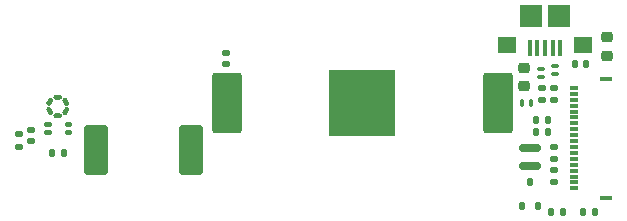
<source format=gbr>
%TF.GenerationSoftware,KiCad,Pcbnew,8.0.1*%
%TF.CreationDate,2024-10-15T00:35:35+02:00*%
%TF.ProjectId,InsuDos,496e7375-446f-4732-9e6b-696361645f70,rev?*%
%TF.SameCoordinates,Original*%
%TF.FileFunction,Paste,Top*%
%TF.FilePolarity,Positive*%
%FSLAX46Y46*%
G04 Gerber Fmt 4.6, Leading zero omitted, Abs format (unit mm)*
G04 Created by KiCad (PCBNEW 8.0.1) date 2024-10-15 00:35:35*
%MOMM*%
%LPD*%
G01*
G04 APERTURE LIST*
G04 Aperture macros list*
%AMRoundRect*
0 Rectangle with rounded corners*
0 $1 Rounding radius*
0 $2 $3 $4 $5 $6 $7 $8 $9 X,Y pos of 4 corners*
0 Add a 4 corners polygon primitive as box body*
4,1,4,$2,$3,$4,$5,$6,$7,$8,$9,$2,$3,0*
0 Add four circle primitives for the rounded corners*
1,1,$1+$1,$2,$3*
1,1,$1+$1,$4,$5*
1,1,$1+$1,$6,$7*
1,1,$1+$1,$8,$9*
0 Add four rect primitives between the rounded corners*
20,1,$1+$1,$2,$3,$4,$5,0*
20,1,$1+$1,$4,$5,$6,$7,0*
20,1,$1+$1,$6,$7,$8,$9,0*
20,1,$1+$1,$8,$9,$2,$3,0*%
G04 Aperture macros list end*
%ADD10C,0.400000*%
%ADD11RoundRect,0.140000X-0.170000X0.140000X-0.170000X-0.140000X0.170000X-0.140000X0.170000X0.140000X0*%
%ADD12RoundRect,0.140000X0.170000X-0.140000X0.170000X0.140000X-0.170000X0.140000X-0.170000X-0.140000X0*%
%ADD13RoundRect,0.140000X-0.140000X-0.170000X0.140000X-0.170000X0.140000X0.170000X-0.140000X0.170000X0*%
%ADD14RoundRect,0.140000X0.140000X0.170000X-0.140000X0.170000X-0.140000X-0.170000X0.140000X-0.170000X0*%
%ADD15RoundRect,0.135000X-0.135000X-0.185000X0.135000X-0.185000X0.135000X0.185000X-0.135000X0.185000X0*%
%ADD16RoundRect,0.112500X-0.112500X-0.237500X0.112500X-0.237500X0.112500X0.237500X-0.112500X0.237500X0*%
%ADD17R,0.400000X1.350000*%
%ADD18RoundRect,0.250000X0.550000X0.450000X-0.550000X0.450000X-0.550000X-0.450000X0.550000X-0.450000X0*%
%ADD19R,1.900000X1.900000*%
%ADD20RoundRect,0.250000X0.750000X1.850000X-0.750000X1.850000X-0.750000X-1.850000X0.750000X-1.850000X0*%
%ADD21RoundRect,0.050000X0.100000X0.250000X-0.100000X0.250000X-0.100000X-0.250000X0.100000X-0.250000X0*%
%ADD22RoundRect,0.225000X-0.250000X0.225000X-0.250000X-0.225000X0.250000X-0.225000X0.250000X0.225000X0*%
%ADD23RoundRect,0.135000X0.185000X-0.135000X0.185000X0.135000X-0.185000X0.135000X-0.185000X-0.135000X0*%
%ADD24RoundRect,0.250000X0.994600X2.302700X-0.994600X2.302700X-0.994600X-2.302700X0.994600X-2.302700X0*%
%ADD25R,5.600000X5.600000*%
%ADD26RoundRect,0.152400X-0.749300X0.152400X-0.749300X-0.152400X0.749300X-0.152400X0.749300X0.152400X0*%
%ADD27RoundRect,0.050000X-0.250000X0.100000X-0.250000X-0.100000X0.250000X-0.100000X0.250000X0.100000X0*%
%ADD28R,0.700000X0.300000*%
%ADD29R,1.000000X0.300000*%
%ADD30RoundRect,0.135000X0.135000X0.185000X-0.135000X0.185000X-0.135000X-0.185000X0.135000X-0.185000X0*%
%ADD31RoundRect,0.218750X-0.256250X0.218750X-0.256250X-0.218750X0.256250X-0.218750X0.256250X0.218750X0*%
G04 APERTURE END LIST*
D10*
%TO.C,Inf.1*%
X31750000Y-166800000D02*
X31550000Y-166800000D01*
X31750000Y-167500000D02*
X31550000Y-167500000D01*
X33450000Y-166800000D02*
X33250000Y-166800000D01*
X33450000Y-167500000D02*
X33250000Y-167500000D01*
X31740566Y-165068489D02*
G75*
G02*
X31902468Y-164788066I759434J-251511D01*
G01*
X31902467Y-165851935D02*
G75*
G02*
X31740566Y-165571511I597503J531915D01*
G01*
X32338098Y-164536555D02*
G75*
G02*
X32661902Y-164536555I161902J-783445D01*
G01*
X32661902Y-166103445D02*
G75*
G02*
X32338098Y-166103445I-161902J783445D01*
G01*
X33097533Y-164788065D02*
G75*
G02*
X33259435Y-165068489I-597533J-531935D01*
G01*
X33259434Y-165571511D02*
G75*
G02*
X33097532Y-165851934I-759434J251511D01*
G01*
%TD*%
D11*
%TO.C,C28*%
X74500000Y-163770000D03*
X74500000Y-164730000D03*
%TD*%
D12*
%TO.C,C11*%
X73500000Y-164730000D03*
X73500000Y-163770000D03*
%TD*%
D13*
%TO.C,C15*%
X73020000Y-166500000D03*
X73980000Y-166500000D03*
%TD*%
D14*
%TO.C,C29*%
X77230000Y-161750000D03*
X76270000Y-161750000D03*
%TD*%
D15*
%TO.C,R4*%
X76990000Y-174250000D03*
X78010000Y-174250000D03*
%TD*%
D16*
%TO.C,Q1*%
X71850000Y-173750000D03*
X73150000Y-173750000D03*
X72500000Y-171750000D03*
%TD*%
D17*
%TO.C,J2*%
X75050000Y-160345500D03*
X74400000Y-160345500D03*
X73750000Y-160345500D03*
X73100000Y-160345500D03*
X72450000Y-160345500D03*
D18*
X76950000Y-160120500D03*
X70550000Y-160120500D03*
D19*
X72550000Y-157670500D03*
X74950000Y-157670500D03*
%TD*%
D20*
%TO.C,BZ1*%
X43750000Y-169000000D03*
X35750000Y-169000000D03*
%TD*%
D21*
%TO.C,D3*%
X72550000Y-165000000D03*
X71850000Y-165000000D03*
%TD*%
D15*
%TO.C,R3*%
X74240000Y-174250000D03*
X75260000Y-174250000D03*
%TD*%
D11*
%TO.C,C13*%
X74500000Y-170720000D03*
X74500000Y-171680000D03*
%TD*%
D12*
%TO.C,C37*%
X74500000Y-169730000D03*
X74500000Y-168770000D03*
%TD*%
D22*
%TO.C,C12*%
X72000000Y-162025000D03*
X72000000Y-163575000D03*
%TD*%
D13*
%TO.C,C14*%
X73020000Y-167500000D03*
X73980000Y-167500000D03*
%TD*%
D23*
%TO.C,R9*%
X29200000Y-168710000D03*
X29200000Y-167690000D03*
%TD*%
D24*
%TO.C,BT1*%
X69743150Y-165000000D03*
D25*
X58293150Y-165000000D03*
D24*
X46843150Y-165000000D03*
%TD*%
D26*
%TO.C,L5*%
X72500000Y-168799900D03*
X72500000Y-170400100D03*
%TD*%
D27*
%TO.C,D2*%
X74600000Y-161900000D03*
X74600000Y-162600000D03*
%TD*%
D11*
%TO.C,C10*%
X30200000Y-167320000D03*
X30200000Y-168280000D03*
%TD*%
D28*
%TO.C,J1*%
X76250000Y-172250000D03*
X76250000Y-171750000D03*
X76250000Y-171250000D03*
X76250000Y-170750000D03*
X76250000Y-170250000D03*
X76250000Y-169750000D03*
X76250000Y-169250000D03*
X76250000Y-168750000D03*
X76250000Y-168250000D03*
X76250000Y-167750000D03*
X76250000Y-167250000D03*
X76250000Y-166750000D03*
X76250000Y-166250000D03*
X76250000Y-165750000D03*
X76250000Y-165250000D03*
X76250000Y-164750000D03*
X76250000Y-164250000D03*
X76250000Y-163750000D03*
D29*
X78900000Y-173040000D03*
X78900000Y-162960000D03*
%TD*%
D27*
%TO.C,D1*%
X73400000Y-162150000D03*
X73400000Y-162850000D03*
%TD*%
D30*
%TO.C,R1*%
X33010000Y-169250000D03*
X31990000Y-169250000D03*
%TD*%
D31*
%TO.C,F1*%
X79000000Y-159462500D03*
X79000000Y-161037500D03*
%TD*%
D11*
%TO.C,C38*%
X46750000Y-160770000D03*
X46750000Y-161730000D03*
%TD*%
M02*

</source>
